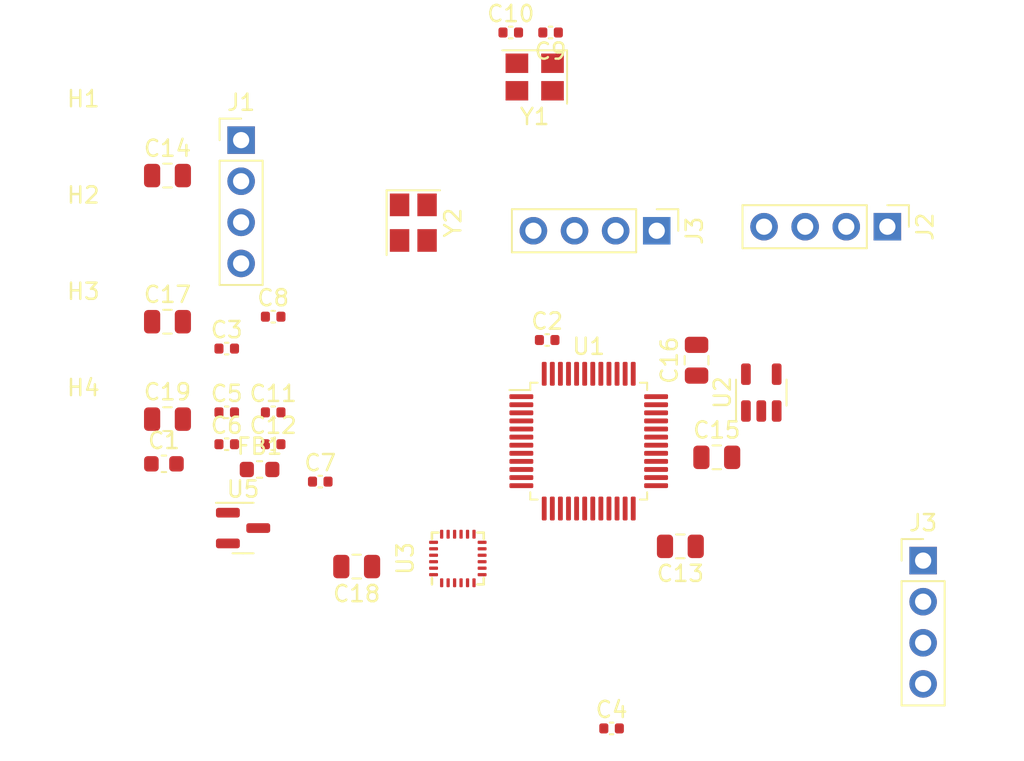
<source format=kicad_pcb>
(kicad_pcb (version 20221018) (generator pcbnew)
  (layers (0 "F.Cu" signal) (31 "B.Cu" power) (34 "B.Paste" user) (35 "F.Paste" user) (36 "B.SilkS" user "B.Silkscreen") (37 "F.SilkS" user "F.Silkscreen") (38 "B.Mask" user) (39 "F.Mask" user) (44 "Edge.Cuts" user))
  (net 0 "")
  (net 1 "+3.3V")
  (net 2 "GND")
  (net 3 "VBUS")
  (net 4 "+3.3VA")
  (net 5 "/USB_D-")
  (net 6 "/USB_D+")
  (net 7 "/SWDIO")
  (net 8 "/SWCLK")
  (net 9 "+1V8")
  (net 10 "Net-(U3-REGOUT)")
  (net 12 "/LSE_IN")
  (net 13 "/LSE_OUT")
  (net 14 "/HSE_IN")
  (net 15 "/HSE_OUT")
  (net 16 "/NRST")
  (net 23 "/SWO")
  (net 37 "/SPI_MISO")
  (net 38 "/SPI_MOSI")
  (net 42 "/I2C_SCL")
  (net 43 "/I2C_SDA")
  (net 54 "Net-(U3-SDO{slash}AD0)")
  (net 55 "Net-(U3-FSYNC)")
  (footprint "Capacitor_SMD:C_0402_1005Metric" (layer "F.Cu") (at 92.75 92)
    (fp_text reference "C4" (at 0 -1.16) (layer "F.SilkS"))
    (fp_text value "100n")
    (fp_line (start -0.107836 -0.36) (end 0.107836 -0.36) (stroke (width 0.12)) (layer "F.SilkS"))
    (fp_line (start -0.107836 0.36) (end 0.107836 0.36) (stroke (width 0.12)) (layer "F.SilkS"))
    (pad "1" smd roundrect (at -0.48 0) (size 0.56 0.62) (layers "F.Cu" "F.Paste" "F.Mask") (net 1 "+3.3V"))
    (pad "2" smd roundrect (at 0.48 0) (size 0.56 0.62) (layers "F.Cu" "F.Paste" "F.Mask") (net 2 "GND"))
  )
  (footprint "Capacitor_SMD:C_0402_1005Metric" (layer "F.Cu") (at 88.98 49 180)
    (fp_text reference "C9" (at 0 -1.16) (layer "F.SilkS"))
    (fp_text value "10p")
    (fp_line (start -0.107836 -0.36) (end 0.107836 -0.36) (stroke (width 0.12)) (layer "F.SilkS"))
    (fp_line (start -0.107836 0.36) (end 0.107836 0.36) (stroke (width 0.12)) (layer "F.SilkS"))
    (pad "1" smd roundrect (at -0.48 0 180) (size 0.56 0.62) (layers "F.Cu" "F.Paste" "F.Mask") (net 14 "/HSE_IN"))
    (pad "2" smd roundrect (at 0.48 0 180) (size 0.56 0.62) (layers "F.Cu" "F.Paste" "F.Mask") (net 2 "GND"))
  )
  (footprint "Package_TO_SOT_SMD:SOT-23" (layer "F.Cu") (at 69.98 79.62)
    (fp_text reference "U5" (at 0 -2.4) (layer "F.SilkS"))
    (fp_text value "MCP1703AT-1802E/TT")
    (fp_line (start 0 -1.56) (end -1.675 -1.56) (stroke (width 0.12)) (layer "F.SilkS"))
    (fp_line (start 0 -1.56) (end 0.65 -1.56) (stroke (width 0.12)) (layer "F.SilkS"))
    (fp_line (start 0 1.56) (end -0.65 1.56) (stroke (width 0.12)) (layer "F.SilkS"))
    (fp_line (start 0 1.56) (end 0.65 1.56) (stroke (width 0.12)) (layer "F.SilkS"))
    (pad "1" smd roundrect (at -0.9375 -0.95) (size 1.475 0.6) (layers "F.Cu" "F.Paste" "F.Mask") (net 2 "GND"))
    (pad "2" smd roundrect (at -0.9375 0.95) (size 1.475 0.6) (layers "F.Cu" "F.Paste" "F.Mask") (net 9 "+1V8"))
    (pad "3" smd roundrect (at 0.9375 0) (size 1.475 0.6) (layers "F.Cu" "F.Paste" "F.Mask") (net 1 "+3.3V"))
  )
  (footprint "Connector_PinHeader_2.54mm:PinHeader_1x04_P2.54mm_Vertical" (layer "F.Cu") (at 109.79 61 -90)
    (fp_text reference "J2" (at 0 -2.33 90) (layer "F.SilkS"))
    (fp_text value "Conn_01x04_Pin")
    (fp_line (start -1.33 -1.33) (end 0 -1.33) (stroke (width 0.12)) (layer "F.SilkS"))
    (fp_line (start -1.33 0) (end -1.33 -1.33) (stroke (width 0.12)) (layer "F.SilkS"))
    (fp_line (start -1.33 1.27) (end -1.33 8.95) (stroke (width 0.12)) (layer "F.SilkS"))
    (fp_line (start -1.33 1.27) (end 1.33 1.27) (stroke (width 0.12)) (layer "F.SilkS"))
    (fp_line (start -1.33 8.95) (end 1.33 8.95) (stroke (width 0.12)) (layer "F.SilkS"))
    (fp_line (start 1.33 1.27) (end 1.33 8.95) (stroke (width 0.12)) (layer "F.SilkS"))
    (pad "1" thru_hole rect (at 0 0 270) (size 1.7 1.7) (drill 1) (layers "*.Cu" "*.Mask") (net 1 "+3.3V"))
    (pad "2" thru_hole oval (at 0 2.54 270) (size 1.7 1.7) (drill 1) (layers "*.Cu" "*.Mask") (net 7 "/SWDIO"))
    (pad "3" thru_hole oval (at 0 5.08 270) (size 1.7 1.7) (drill 1) (layers "*.Cu" "*.Mask") (net 8 "/SWCLK"))
    (pad "4" thru_hole oval (at 0 7.62 270) (size 1.7 1.7) (drill 1) (layers "*.Cu" "*.Mask") (net 2 "GND"))
  )
  (footprint "Capacitor_SMD:C_0805_2012Metric" (layer "F.Cu") (at 77 82 180)
    (fp_text reference "C18" (at 0 -1.68) (layer "F.SilkS"))
    (fp_text value "0.1uF")
    (fp_line (start -0.261252 -0.735) (end 0.261252 -0.735) (stroke (width 0.12)) (layer "F.SilkS"))
    (fp_line (start -0.261252 0.735) (end 0.261252 0.735) (stroke (width 0.12)) (layer "F.SilkS"))
    (pad "1" smd roundrect (at -0.95 0 180) (size 1 1.45) (layers "F.Cu" "F.Paste" "F.Mask") (net 9 "+1V8"))
    (pad "2" smd roundrect (at 0.95 0 180) (size 1 1.45) (layers "F.Cu" "F.Paste" "F.Mask") (net 2 "GND"))
  )
  (footprint "Package_TO_SOT_SMD:SOT-23-5" (layer "F.Cu") (at 102 71.25 90)
    (fp_text reference "U2" (at 0 -2.4 90) (layer "F.SilkS"))
    (fp_text value "MIC5504-3.3YM5")
    (fp_line (start 0 -1.56) (end -1.8 -1.56) (stroke (width 0.12)) (layer "F.SilkS"))
    (fp_line (start 0 -1.56) (end 0.8 -1.56) (stroke (width 0.12)) (layer "F.SilkS"))
    (fp_line (start 0 1.56) (end -0.8 1.56) (stroke (width 0.12)) (layer "F.SilkS"))
    (fp_line (start 0 1.56) (end 0.8 1.56) (stroke (width 0.12)) (layer "F.SilkS"))
    (pad "1" smd roundrect (at -1.1375 -0.95 90) (size 1.325 0.6) (layers "F.Cu" "F.Paste" "F.Mask") (net 3 "VBUS"))
    (pad "2" smd roundrect (at -1.1375 0 90) (size 1.325 0.6) (layers "F.Cu" "F.Paste" "F.Mask") (net 2 "GND"))
    (pad "3" smd roundrect (at -1.1375 0.95 90) (size 1.325 0.6) (layers "F.Cu" "F.Paste" "F.Mask") (net 3 "VBUS"))
    (pad "4" smd roundrect (at 1.1375 0.95 90) (size 1.325 0.6) (layers "F.Cu" "F.Paste" "F.Mask"))
    (pad "5" smd roundrect (at 1.1375 -0.95 90) (size 1.325 0.6) (layers "F.Cu" "F.Paste" "F.Mask") (net 1 "+3.3V"))
  )
  (footprint "Capacitor_SMD:C_0805_2012Metric" (layer "F.Cu") (at 65.31 72.89)
    (fp_text reference "C19" (at 0 -1.68) (layer "F.SilkS"))
    (fp_text value "0.1uF")
    (fp_line (start -0.261252 -0.735) (end 0.261252 -0.735) (stroke (width 0.12)) (layer "F.SilkS"))
    (fp_line (start -0.261252 0.735) (end 0.261252 0.735) (stroke (width 0.12)) (layer "F.SilkS"))
    (pad "1" smd roundrect (at -0.95 0) (size 1 1.45) (layers "F.Cu" "F.Paste" "F.Mask") (net 2 "GND"))
    (pad "2" smd roundrect (at 0.95 0) (size 1 1.45) (layers "F.Cu" "F.Paste" "F.Mask") (net 10 "Net-(U3-REGOUT)"))
  )
  (footprint "Capacitor_SMD:C_0805_2012Metric" (layer "F.Cu") (at 65.31 66.87)
    (fp_text reference "C17" (at 0 -1.68) (layer "F.SilkS"))
    (fp_text value "0.1uF")
    (fp_line (start -0.261252 -0.735) (end 0.261252 -0.735) (stroke (width 0.12)) (layer "F.SilkS"))
    (fp_line (start -0.261252 0.735) (end 0.261252 0.735) (stroke (width 0.12)) (layer "F.SilkS"))
    (pad "1" smd roundrect (at -0.95 0) (size 1 1.45) (layers "F.Cu" "F.Paste" "F.Mask") (net 9 "+1V8"))
    (pad "2" smd roundrect (at 0.95 0) (size 1 1.45) (layers "F.Cu" "F.Paste" "F.Mask") (net 2 "GND"))
  )
  (footprint "Connector_PinHeader_2.54mm:PinHeader_1x04_P2.54mm_Vertical" (layer "F.Cu") (at 69.86 55.65)
    (fp_text reference "J1" (at 0 -2.33) (layer "F.SilkS"))
    (fp_text value "Conn_01x04_Pin")
    (fp_line (start -1.33 -1.33) (end 0 -1.33) (stroke (width 0.12)) (layer "F.SilkS"))
    (fp_line (start -1.33 0) (end -1.33 -1.33) (stroke (width 0.12)) (layer "F.SilkS"))
    (fp_line (start -1.33 1.27) (end -1.33 8.95) (stroke (width 0.12)) (layer "F.SilkS"))
    (fp_line (start -1.33 1.27) (end 1.33 1.27) (stroke (width 0.12)) (layer "F.SilkS"))
    (fp_line (start -1.33 8.95) (end 1.33 8.95) (stroke (width 0.12)) (layer "F.SilkS"))
    (fp_line (start 1.33 1.27) (end 1.33 8.95) (stroke (width 0.12)) (layer "F.SilkS"))
    (pad "1" thru_hole rect (at 0 0) (size 1.7 1.7) (drill 1) (layers "*.Cu" "*.Mask") (net 1 "+3.3V"))
    (pad "2" thru_hole oval (at 0 2.54) (size 1.7 1.7) (drill 1) (layers "*.Cu" "*.Mask") (net 42 "/I2C_SCL"))
    (pad "3" thru_hole oval (at 0 5.08) (size 1.7 1.7) (drill 1) (layers "*.Cu" "*.Mask") (net 43 "/I2C_SDA"))
    (pad "4" thru_hole oval (at 0 7.62) (size 1.7 1.7) (drill 1) (layers "*.Cu" "*.Mask") (net 2 "GND"))
  )
  (footprint "MountingHole:MountingHole_2.2mm_M2" (layer "F.Cu") (at 60.11 74.15)
    (fp_text reference "H4" (at 0 -3.2) (layer "F.SilkS"))
    (fp_text value "MountingHole")
    (pad "" np_thru_hole circle (at 0 0) (size 2.2 2.2) (drill 2.2) (layers "*.Cu" "*.Mask"))
  )
  (footprint "Capacitor_SMD:C_0805_2012Metric" (layer "F.Cu") (at 65.31 57.84)
    (fp_text reference "C14" (at 0 -1.68) (layer "F.SilkS"))
    (fp_text value "1uF")
    (fp_line (start -0.261252 -0.735) (end 0.261252 -0.735) (stroke (width 0.12)) (layer "F.SilkS"))
    (fp_line (start -0.261252 0.735) (end 0.261252 0.735) (stroke (width 0.12)) (layer "F.SilkS"))
    (pad "1" smd roundrect (at -0.95 0) (size 1 1.45) (layers "F.Cu" "F.Paste" "F.Mask") (net 9 "+1V8"))
    (pad "2" smd roundrect (at 0.95 0) (size 1 1.45) (layers "F.Cu" "F.Paste" "F.Mask") (net 2 "GND"))
  )
  (footprint "Capacitor_SMD:C_0603_1608Metric" (layer "F.Cu") (at 65.09 75.65)
    (fp_text reference "C1" (at 0 -1.43) (layer "F.SilkS"))
    (fp_text value "10u")
    (fp_line (start -0.14058 -0.51) (end 0.14058 -0.51) (stroke (width 0.12)) (layer "F.SilkS"))
    (fp_line (start -0.14058 0.51) (end 0.14058 0.51) (stroke (width 0.12)) (layer "F.SilkS"))
    (pad "1" smd roundrect (at -0.775 0) (size 0.9 0.95) (layers "F.Cu" "F.Paste" "F.Mask") (net 1 "+3.3V"))
    (pad "2" smd roundrect (at 0.775 0) (size 0.9 0.95) (layers "F.Cu" "F.Paste" "F.Mask") (net 2 "GND"))
  )
  (footprint "Capacitor_SMD:C_0805_2012Metric" (layer "F.Cu") (at 99.25 75.25)
    (fp_text reference "C15" (at 0 -1.68) (layer "F.SilkS"))
    (fp_text value "1uF")
    (fp_line (start -0.261252 -0.735) (end 0.261252 -0.735) (stroke (width 0.12)) (layer "F.SilkS"))
    (fp_line (start -0.261252 0.735) (end 0.261252 0.735) (stroke (width 0.12)) (layer "F.SilkS"))
    (pad "1" smd roundrect (at -0.95 0) (size 1 1.45) (layers "F.Cu" "F.Paste" "F.Mask") (net 3 "VBUS"))
    (pad "2" smd roundrect (at 0.95 0) (size 1 1.45) (layers "F.Cu" "F.Paste" "F.Mask") (net 2 "GND"))
  )
  (footprint "Crystal:Crystal_SMD_3225-4Pin_3.2x2.5mm" (layer "F.Cu") (at 88 51.75 180)
    (fp_text reference "Y1" (at 0 -2.45) (layer "F.SilkS"))
    (fp_text value "48MHz")
    (fp_line (start -2 -1.65) (end -2 1.65) (stroke (width 0.12)) (layer "F.SilkS"))
    (fp_line (start -2 1.65) (end 2 1.65) (stroke (width 0.12)) (layer "F.SilkS"))
    (pad "1" smd rect (at -1.1 0.85 180) (size 1.4 1.2) (layers "F.Cu" "F.Paste" "F.Mask") (net 14 "/HSE_IN"))
    (pad "2" smd rect (at 1.1 0.85 180) (size 1.4 1.2) (layers "F.Cu" "F.Paste" "F.Mask") (net 2 "GND"))
    (pad "3" smd rect (at 1.1 -0.85 180) (size 1.4 1.2) (layers "F.Cu" "F.Paste" "F.Mask") (net 15 "/HSE_OUT"))
    (pad "4" smd rect (at -1.1 -0.85 180) (size 1.4 1.2) (layers "F.Cu" "F.Paste" "F.Mask") (net 2 "GND"))
  )
  (footprint "Capacitor_SMD:C_0402_1005Metric" (layer "F.Cu") (at 68.97 72.47)
    (fp_text reference "C5" (at 0 -1.16) (layer "F.SilkS"))
    (fp_text value "10n")
    (fp_line (start -0.107836 -0.36) (end 0.107836 -0.36) (stroke (width 0.12)) (layer "F.SilkS"))
    (fp_line (start -0.107836 0.36) (end 0.107836 0.36) (stroke (width 0.12)) (layer "F.SilkS"))
    (pad "1" smd roundrect (at -0.48 0) (size 0.56 0.62) (layers "F.Cu" "F.Paste" "F.Mask") (net 4 "+3.3VA"))
    (pad "2" smd roundrect (at 0.48 0) (size 0.56 0.62) (layers "F.Cu" "F.Paste" "F.Mask") (net 2 "GND"))
  )
  (footprint "Capacitor_SMD:C_0402_1005Metric" (layer "F.Cu") (at 88.77 68)
    (fp_text reference "C2" (at 0 -1.16) (layer "F.SilkS"))
    (fp_text value "100n")
    (fp_line (start -0.107836 -0.36) (end 0.107836 -0.36) (stroke (width 0.12)) (layer "F.SilkS"))
    (fp_line (start -0.107836 0.36) (end 0.107836 0.36) (stroke (width 0.12)) (layer "F.SilkS"))
    (pad "1" smd roundrect (at -0.48 0) (size 0.56 0.62) (layers "F.Cu" "F.Paste" "F.Mask") (net 1 "+3.3V"))
    (pad "2" smd roundrect (at 0.48 0) (size 0.56 0.62) (layers "F.Cu" "F.Paste" "F.Mask") (net 2 "GND"))
  )
  (footprint "MountingHole:MountingHole_2.2mm_M2" (layer "F.Cu") (at 60.11 68.2)
    (fp_text reference "H3" (at 0 -3.2) (layer "F.SilkS"))
    (fp_text value "MountingHole")
    (pad "" np_thru_hole circle (at 0 0) (size 2.2 2.2) (drill 2.2) (layers "*.Cu" "*.Mask"))
  )
  (footprint "Connector_PinHeader_2.54mm:PinHeader_1x04_P2.54mm_Vertical" (layer "F.Cu") (at 95.54 61.25 -90)
    (fp_text reference "J3" (at 0 -2.33 90) (layer "F.SilkS"))
    (fp_text value "Conn_01x04_Pin")
    (fp_line (start -1.33 -1.33) (end 0 -1.33) (stroke (width 0.12)) (layer "F.SilkS"))
    (fp_line (start -1.33 0) (end -1.33 -1.33) (stroke (width 0.12)) (layer "F.SilkS"))
    (fp_line (start -1.33 1.27) (end -1.33 8.95) (stroke (width 0.12)) (layer "F.SilkS"))
    (fp_line (start -1.33 1.27) (end 1.33 1.27) (stroke (width 0.12)) (layer "F.SilkS"))
    (fp_line (start -1.33 8.95) (end 1.33 8.95) (stroke (width 0.12)) (layer "F.SilkS"))
    (fp_line (start 1.33 1.27) (end 1.33 8.95) (stroke (width 0.12)) (layer "F.SilkS"))
    (pad "1" thru_hole rect (at 0 0 270) (size 1.7 1.7) (drill 1) (layers "*.Cu" "*.Mask") (net 1 "+3.3V"))
    (pad "2" thru_hole oval (at 0 2.54 270) (size 1.7 1.7) (drill 1) (layers "*.Cu" "*.Mask") (net 37 "/SPI_MISO"))
    (pad "3" thru_hole oval (at 0 5.08 270) (size 1.7 1.7) (drill 1) (layers "*.Cu" "*.Mask") (net 38 "/SPI_MOSI"))
    (pad "4" thru_hole oval (at 0 7.62 270) (size 1.7 1.7) (drill 1) (layers "*.Cu" "*.Mask") (net 2 "GND"))
  )
  (footprint "Sensor_Motion:InvenSense_QFN-24_3x3mm_P0.4mm" (layer "F.Cu") (at 83.25 81.5 90)
    (fp_text reference "U3" (at 0 -3.25 90) (layer "F.SilkS"))
    (fp_text value "ICM-20948")
    (fp_line (start -1.6 -1.6) (end -1.2 -1.6) (stroke (width 0.15)) (layer "F.SilkS"))
    (fp_line (start -1.6 1.6) (end -1.6 1.2) (stroke (width 0.15)) (layer "F.SilkS"))
    (fp_line (start -1.6 1.6) (end -1.2 1.6) (stroke (width 0.15)) (layer "F.SilkS"))
    (fp_line (start 1.6 -1.6) (end 1.2 -1.6) (stroke (width 0.15)) (layer "F.SilkS"))
    (fp_line (start 1.6 -1.6) (end 1.6 -1.2) (stroke (width 0.15)) (layer "F.SilkS"))
    (fp_line (start 1.6 1.6) (end 1.2 1.6) (stroke (width 0.15)) (layer "F.SilkS"))
    (fp_line (start 1.6 1.6) (end 1.6 1.2) (stroke (width 0.15)) (layer "F.SilkS"))
    (pad "1" smd roundrect (at -1.5 -1 90) (size 0.55 0.2) (layers "F.Cu" "F.Paste" "F.Mask"))
    (pad "2" smd roundrect (at -1.5 -0.6 90) (size 0.55 0.2) (layers "F.Cu" "F.Paste" "F.Mask"))
    (pad "3" smd roundrect (at -1.5 -0.2 90) (size 0.55 0.2) (layers "F.Cu" "F.Paste" "F.Mask"))
    (pad "4" smd roundrect (at -1.5 0.2 90) (size 0.55 0.2) (layers "F.Cu" "F.Paste" "F.Mask"))
    (pad "5" smd roundrect (at -1.5 0.6 90) (size 0.55 0.2) (layers "F.Cu" "F.Paste" "F.Mask"))
    (pad "6" smd roundrect (at -1.5 1 90) (size 0.55 0.2) (layers "F.Cu" "F.Paste" "F.Mask"))
    (pad "7" smd roundrect (at -1 1.5 180) (size 0.55 0.2) (layers "F.Cu" "F.Paste" "F.Mask"))
    (pad "8" smd roundrect (at -0.6 1.5 180) (size 0.55 0.2) (layers "F.Cu" "F.Paste" "F.Mask") (net 9 "+1V8"))
    (pad "9" smd roundrect (at -0.2 1.5 180) (size 0.55 0.2) (layers "F.Cu" "F.Paste" "F.Mask") (net 54 "Net-(U3-SDO{slash}AD0)"))
    (pad "10" smd roundrect (at 0.2 1.5 180) (size 0.55 0.2) (layers "F.Cu" "F.Paste" "F.Mask") (net 10 "Net-(U3-REGOUT)"))
    (pad "11" smd roundrect (at 0.6 1.5 180) (size 0.55 0.2) (layers "F.Cu" "F.Paste" "F.Mask") (net 55 "Net-(U3-FSYNC)"))
    (pad "12" smd roundrect (at 1 1.5 180) (size 0.55 0.2) (layers "F.Cu" "F.Paste" "F.Mask"))
    (pad "13" smd roundrect (at 1.5 1 90) (size 0.55 0.2) (layers "F.Cu" "F.Paste" "F.Mask") (net 9 "+1V8"))
    (pad "14" smd roundrect (at 1.5 0.6 90) (size 0.55 0.2) (layers "F.Cu" "F.Paste" "F.Mask"))
    (pad "15" smd roundrect (at 1.5 0.2 90) (size 0.55 0.2) (layers "F.Cu" "F.Paste" "F.Mask"))
    (pad "16" smd roundrect (at 1.5 -0.2 90) (size 0.55 0.2) (layers "F.Cu" "F.Paste" "F.Mask"))
    (pad "17" smd roundrect (at 1.5 -0.6 90) (size 0.55 0.2) (layers "F.Cu" "F.Paste" "F.Mask"))
    (pad "18" smd roundrect (at 1.5 -1 90) (size 0.55 0.2) (layers "F.Cu" "F.Paste" "F.Mask") (net 2 "GND"))
    (pad "19" smd roundrect (at 1 -1.5 180) (size 0.55 0.2) (layers "F.Cu" "F.Paste" "F.Mask"))
    (pad "20" smd roundrect (at 0.6 -1.5 180) (size 0.55 0.2) (layers "F.Cu" "F.Paste" "F.Mask") (net 2 "GND"))
    (pad "21" smd roundrect (at 0.2 -1.5 180) (size 0.55 0.2) (layers "F.Cu" "F.Paste" "F.Mask"))
    (pad "22" smd roundrect (at -0.2 -1.5 180) (size 0.55 0.2) (layers "F.Cu" "F.Paste" "F.Mask"))
    (pad "23" smd roundrect (at -0.6 -1.5 180) (size 0.55 0.2) (layers "F.Cu" "F.Paste" "F.Mask") (net 42 "/I2C_SCL"))
    (pad "24" smd roundrect (at -1 -1.5 180) (size 0.55 0.2) (layers "F.Cu" "F.Paste" "F.Mask") (net 43 "/I2C_SDA"))
  )
  (footprint "Capacitor_SMD:C_0402_1005Metric" (layer "F.Cu") (at 68.97 68.53)
    (fp_text reference "C3" (at 0 -1.16) (layer "F.SilkS"))
    (fp_text value "100n")
    (fp_line (start -0.107836 -0.36) (end 0.107836 -0.36) (stroke (width 0.12)) (layer "F.SilkS"))
    (fp_line (start -0.107836 0.36) (end 0.107836 0.36) (stroke (width 0.12)) (layer "F.SilkS"))
    (pad "1" smd roundrect (at -0.48 0) (size 0.56 0.62) (layers "F.Cu" "F.Paste" "F.Mask") (net 1 "+3.3V"))
    (pad "2" smd roundrect (at 0.48 0) (size 0.56 0.62) (layers "F.Cu" "F.Paste" "F.Mask") (net 2 "GND"))
  )
  (footprint "Capacitor_SMD:C_0402_1005Metric" (layer "F.Cu") (at 71.84 74.44)
    (fp_text reference "C12" (at 0 -1.16) (layer "F.SilkS"))
    (fp_text value "15pF")
    (fp_line (start -0.107836 -0.36) (end 0.107836 -0.36) (stroke (width 0.12)) (layer "F.SilkS"))
    (fp_line (start -0.107836 0.36) (end 0.107836 0.36) (stroke (width 0.12)) (layer "F.SilkS"))
    (pad "1" smd roundrect (at -0.48 0) (size 0.56 0.62) (layers "F.Cu" "F.Paste" "F.Mask") (net 13 "/LSE_OUT"))
    (pad "2" smd roundrect (at 0.48 0) (size 0.56 0.62) (layers "F.Cu" "F.Paste" "F.Mask") (net 2 "GND"))
  )
  (footprint "Capacitor_SMD:C_0805_2012Metric" (layer "F.Cu") (at 97 80.75 180)
    (fp_text reference "C13" (at 0 -1.68) (layer "F.SilkS"))
    (fp_text value "1uF")
    (fp_line (start -0.261252 -0.735) (end 0.261252 -0.735) (stroke (width 0.12)) (layer "F.SilkS"))
    (fp_line (start -0.261252 0.735) (end 0.261252 0.735) (stroke (width 0.12)) (layer "F.SilkS"))
    (pad "1" smd roundrect (at -0.95 0 180) (size 1 1.45) (layers "F.Cu" "F.Paste" "F.Mask") (net 1 "+3.3V"))
    (pad "2" smd roundrect (at 0.95 0 180) (size 1 1.45) (layers "F.Cu" "F.Paste" "F.Mask") (net 2 "GND"))
  )
  (footprint "Package_QFP:LQFP-48_7x7mm_P0.5mm" (layer "F.Cu") (at 91.3375 74.25)
    (fp_text reference "U1" (at 0 -5.85) (layer "F.SilkS"))
    (fp_text value "STM32L412CBT6")
    (fp_line (start -3.61 -3.61) (end -3.61 -3.16) (stroke (width 0.12)) (layer "F.SilkS"))
    (fp_line (start -3.61 -3.16) (end -4.9 -3.16) (stroke (width 0.12)) (layer "F.SilkS"))
    (fp_line (start -3.61 3.61) (end -3.61 3.16) (stroke (width 0.12)) (layer "F.SilkS"))
    (fp_line (start -3.16 -3.61) (end -3.61 -3.61) (stroke (width 0.12)) (layer "F.SilkS"))
    (fp_line (start -3.16 3.61) (end -3.61 3.61) (stroke (width 0.12)) (layer "F.SilkS"))
    (fp_line (start 3.16 -3.61) (end 3.61 -3.61) (stroke (width 0.12)) (layer "F.SilkS"))
    (fp_line (start 3.16 3.61) (end 3.61 3.61) (stroke (width 0.12)) (layer "F.SilkS"))
    (fp_line (start 3.61 -3.61) (end 3.61 -3.16) (stroke (width 0.12)) (layer "F.SilkS"))
    (fp_line (start 3.61 3.61) (end 3.61 3.16) (stroke (width 0.12)) (layer "F.SilkS"))
    (pad "1" smd roundrect (at -4.1625 -2.75) (size 1.475 0.3) (layers "F.Cu" "F.Paste" "F.Mask") (net 1 "+3.3V"))
    (pad "2" smd roundrect (at -4.1625 -2.25) (size 1.475 0.3) (layers "F.Cu" "F.Paste" "F.Mask"))
    (pad "3" smd roundrect (at -4.1625 -1.75) (size 1.475 0.3) (layers "F.Cu" "F.Paste" "F.Mask") (net 12 "/LSE_IN"))
    (pad "4" smd roundrect (at -4.1625 -1.25) (size 1.475 0.3) (layers "F.Cu" "F.Paste" "F.Mask") (net 13 "/LSE_OUT"))
    (pad "5" smd roundrect (at -4.1625 -0.75) (size 1.475 0.3) (layers "F.Cu" "F.Paste" "F.Mask") (net 14 "/HSE_IN"))
    (pad "6" smd roundrect (at -4.1625 -0.25) (size 1.475 0.3) (layers "F.Cu" "F.Paste" "F.Mask") (net 15 "/HSE_OUT"))
    (pad "7" smd roundrect (at -4.1625 0.25) (size 1.475 0.3) (layers "F.Cu" "F.Paste" "F.Mask") (net 16 "/NRST"))
    (pad "8" smd roundrect (at -4.1625 0.75) (size 1.475 0.3) (layers "F.Cu" "F.Paste" "F.Mask") (net 2 "GND"))
    (pad "9" smd roundrect (at -4.1625 1.25) (size 1.475 0.3) (layers "F.Cu" "F.Paste" "F.Mask") (net 4 "+3.3VA"))
    (pad "10" smd roundrect (at -4.1625 1.75) (size 1.475 0.3) (layers "F.Cu" "F.Paste" "F.Mask"))
    (pad "11" smd roundrect (at -4.1625 2.25) (size 1.475 0.3) (layers "F.Cu" "F.Paste" "F.Mask"))
    (pad "12" smd roundrect (at -4.1625 2.75) (size 1.475 0.3) (layers "F.Cu" "F.Paste" "F.Mask"))
    (pad "13" smd roundrect (at -2.75 4.1625) (size 0.3 1.475) (layers "F.Cu" "F.Paste" "F.Mask"))
    (pad "14" smd roundrect (at -2.25 4.1625) (size 0.3 1.475) (layers "F.Cu" "F.Paste" "F.Mask"))
    (pad "15" smd roundrect (at -1.75 4.1625) (size 0.3 1.475) (layers "F.Cu" "F.Paste" "F.Mask"))
    (pad "16" smd roundrect (at -1.25 4.1625) (size 0.3 1.475) (layers "F.Cu" "F.Paste" "F.Mask") (net 37 "/SPI_MISO"))
    (pad "17" smd roundrect (at -0.75 4.1625) (size 0.3 1.475) (layers "F.Cu" "F.Paste" "F.Mask") (net 38 "/SPI_MOSI"))
    (pad "18" smd roundrect (at -0.25 4.1625) (size 0.3 1.475) (layers "F.Cu" "F.Paste" "F.Mask"))
    (pad "19" smd roundrect (at 0.25 4.1625) (size 0.3 1.475) (layers "F.Cu" "F.Paste" "F.Mask"))
    (pad "20" smd roundrect (at 0.75 4.1625) (size 0.3 1.475) (layers "F.Cu" "F.Paste" "F.Mask"))
    (pad "21" smd roundrect (at 1.25 4.1625) (size 0.3 1.475) (layers "F.Cu" "F.Paste" "F.Mask") (net 42 "/I2C_SCL"))
    (pad "22" smd roundrect (at 1.75 4.1625) (size 0.3 1.475) (layers "F.Cu" "F.Paste" "F.Mask") (net 43 "/I2C_SDA"))
    (pad "23" smd roundrect (at 2.25 4.1625) (size 0.3 1.475) (layers "F.Cu" "F.Paste" "F.Mask") (net 2 "GND"))
    (pad "24" smd roundrect (at 2.75 4.1625) (size 0.3 1.475) (layers "F.Cu" "F.Paste" "F.Mask") (net 1 "+3.3V"))
    (pad "25" smd roundrect (at 4.1625 2.75) (size 1.475 0.3) (layers "F.Cu" "F.Paste" "F.Mask"))
    (pad "26" smd roundrect (at 4.1625 2.25) (size 1.475 0.3) (layers "F.Cu" "F.Paste" "F.Mask"))
    (pad "27" smd roundrect (at 4.1625 1.75) (size 1.475 0.3) (layers "F.Cu" "F.Paste" "F.Mask"))
    (pad "28" smd roundrect (at 4.1625 1.25) (size 1.475 0.3) (layers "F.Cu" "F.Paste" "F.Mask"))
    (pad "29" smd roundrect (at 4.1625 0.75) (size 1.475 0.3) (layers "F.Cu" "F.Paste" "F.Mask"))
    (pad "30" smd roundrect (at 4.1625 0.25) (size 1.475 0.3) (layers "F.Cu" "F.Paste" "F.Mask"))
    (pad "31" smd roundrect (at 4.1625 -0.25) (size 1.475 0.3) (layers "F.Cu" "F.Paste" "F.Mask"))
    (pad "32" smd roundrect (at 4.1625 -0.75) (size 1.475 0.3) (layers "F.Cu" "F.Paste" "F.Mask") (net 5 "/USB_D-"))
    (pad "33" smd roundrect (at 4.1625 -1.25) (size 1.475 0.3) (layers "F.Cu" "F.Paste" "F.Mask") (net 6 "/USB_D+"))
    (pad "34" smd roundrect (at 4.1625 -1.75) (size 1.475 0.3) (layers "F.Cu" "F.Paste" "F.Mask") (net 7 "/SWDIO"))
    (pad "35" smd roundrect (at 4.1625 -2.25) (size 1.475 0.3) (layers "F.Cu" "F.Paste" "F.Mask") (net 2 "GND"))
    (pad "36" smd roundrect (at 4.1625 -2.75) (size 1.475 0.3) (layers "F.Cu" "F.Paste" "F.Mask") (net 1 "+3.3V"))
    (pad "37" smd roundrect (at 2.75 -4.1625) (size 0.3 1.475) (layers "F.Cu" "F.Paste" "F.Mask") (net 8 "/SWCLK"))
    (pad "38" smd roundrect (at 2.25 -4.1625) (size 0.3 1.475) (layers "F.Cu" "F.Paste" "F.Mask"))
    (pad "39" smd roundrect (at 1.75 -4.1625) (size 0.3 1.475) (layers "F.Cu" "F.Paste" "F.Mask") (net 23 "/SWO"))
    (pad "40" smd roundrect (at 1.25 -4.1625) (size 0.3 1.475) (layers "F.Cu" "F.Paste" "F.Mask"))
    (pad "41" smd roundrect (at 0.75 -4.1625) (size 0.3 1.475) (layers "F.Cu" "F.Paste" "F.Mask"))
    (pad "42" smd roundrect (at 0.25 -4.1625) (size 0.3 1.475) (layers "F.Cu" "F.Paste" "F.Mask"))
    (pad "43" smd roundrect (at -0.25 -4.1625) (size 0.3 1.475) (layers "F.Cu" "F.Paste" "F.Mask"))
    (pad "44" smd roundrect (at -0.75 -4.1625) (size 0.3 1.475) (layers "F.Cu" "F.Paste" "F.Mask"))
    (pad "45" smd roundrect (at -1.25 -4.1625) (size 0.3 1.475) (layers "F.Cu" "F.Paste" "F.Mask"))
    (pad "46" smd roundrect (at -1.75 -4.1625) (size 0.3 1.475) (layers "F.Cu" "F.Paste" "F.Mask"))
    (pad "47" smd roundrect (at -2.25 -4.1625) (size 0.3 1.475) (layers "F.Cu" "F.Paste" "F.Mask") (net 2 "GND"))
    (pad "48" smd roundrect (at -2.75 -4.1625) (size 0.3 1.475) (layers "F.Cu" "F.Paste" "F.Mask") (net 1 "+3.3V"))
  )
  (footprint "Capacitor_SMD:C_0402_1005Metric" (layer "F.Cu") (at 68.97 74.44)
    (fp_text reference "C6" (at 0 -1.16) (layer "F.SilkS"))
    (fp_text value "1u")
    (fp_line (start -0.107836 -0.36) (end 0.107836 -0.36) (stroke (width 0.12)) (layer "F.SilkS"))
    (fp_line (start -0.107836 0.36) (end 0.107836 0.36) (stroke (width 0.12)) (layer "F.SilkS"))
    (pad "1" smd roundrect (at -0.48 0) (size 0.56 0.62) (layers "F.Cu" "F.Paste" "F.Mask") (net 4 "+3.3VA"))
    (pad "2" smd roundrect (at 0.48 0) (size 0.56 0.62) (layers "F.Cu" "F.Paste" "F.Mask") (net 2 "GND"))
  )
  (footprint "MountingHole:MountingHole_2.2mm_M2" (layer "F.Cu") (at 60.11 62.25)
    (fp_text reference "H2" (at 0 -3.2) (layer "F.SilkS"))
    (fp_text value "MountingHole")
    (pad "" np_thru_hole circle (at 0 0) (size 2.2 2.2) (drill 2.2) (layers "*.Cu" "*.Mask"))
  )
  (footprint "Crystal:Crystal_SMD_3225-4Pin_3.2x2.5mm" (layer "F.Cu") (at 80.5 60.75 -90)
    (fp_text reference "Y2" (at 0 -2.45 90) (layer "F.SilkS"))
    (fp_text value "32.786kHz")
    (fp_line (start -2 -1.65) (end -2 1.65) (stroke (width 0.12)) (layer "F.SilkS"))
    (fp_line (start -2 1.65) (end 2 1.65) (stroke (width 0.12)) (layer "F.SilkS"))
    (pad "1" smd rect (at -1.1 0.85 270) (size 1.4 1.2) (layers "F.Cu" "F.Paste" "F.Mask") (net 12 "/LSE_IN"))
    (pad "2" smd rect (at 1.1 0.85 270) (size 1.4 1.2) (layers "F.Cu" "F.Paste" "F.Mask") (net 2 "GND"))
    (pad "3" smd rect (at 1.1 -0.85 270) (size 1.4 1.2) (layers "F.Cu" "F.Paste" "F.Mask") (net 13 "/LSE_OUT"))
    (pad "4" smd rect (at -1.1 -0.85 270) (size 1.4 1.2) (layers "F.Cu" "F.Paste" "F.Mask") (net 2 "GND"))
  )
  (footprint "Capacitor_SMD:C_0402_1005Metric" (layer "F.Cu") (at 71.84 72.47)
    (fp_text reference "C11" (at 0 -1.16) (layer "F.SilkS"))
    (fp_text value "15p")
    (fp_line (start -0.107836 -0.36) (end 0.107836 -0.36) (stroke (width 0.12)) (layer "F.SilkS"))
    (fp_line (start -0.107836 0.36) (end 0.107836 0.36) (stroke (width 0.12)) (layer "F.SilkS"))
    (pad "1" smd roundrect (at -0.48 0) (size 0.56 0.62) (layers "F.Cu" "F.Paste" "F.Mask") (net 12 "/LSE_IN"))
    (pad "2" smd roundrect (at 0.48 0) (size 0.56 0.62) (layers "F.Cu" "F.Paste" "F.Mask") (net 2 "GND"))
  )
  (footprint "Capacitor_SMD:C_0805_2012Metric" (layer "F.Cu") (at 98 69.25 90)
    (fp_text reference "C16" (at 0 -1.68 90) (layer "F.SilkS"))
    (fp_text value "1uF")
    (fp_line (start -0.261252 -0.735) (end 0.261252 -0.735) (stroke (width 0.12)) (layer "F.SilkS"))
    (fp_line (start -0.261252 0.735) (end 0.261252 0.735) (stroke (width 0.12)) (layer "F.SilkS"))
    (pad "1" smd roundrect (at -0.95 0 90) (size 1 1.45) (layers "F.Cu" "F.Paste" "F.Mask") (net 1 "+3.3V"))
    (pad "2" smd roundrect (at 0.95 0 90) (size 1 1.45) (layers "F.Cu" "F.Paste" "F.Mask") (net 2 "GND"))
  )
  (footprint "Capacitor_SMD:C_0402_1005Metric" (layer "F.Cu") (at 86.52 49)
    (fp_text reference "C10" (at 0 -1.16) (layer "F.SilkS"))
    (fp_text value "10p")
    (fp_line (start -0.107836 -0.36) (end 0.107836 -0.36) (stroke (width 0.12)) (layer "F.SilkS"))
    (fp_line (start -0.107836 0.36) (end 0.107836 0.36) (stroke (width 0.12)) (layer "F.SilkS"))
    (pad "1" smd roundrect (at -0.48 0) (size 0.56 0.62) (layers "F.Cu" "F.Paste" "F.Mask") (net 15 "/HSE_OUT"))
    (pad "2" smd roundrect (at 0.48 0) (size 0.56 0.62) (layers "F.Cu" "F.Paste" "F.Mask") (net 2 "GND"))
  )
  (footprint "MountingHole:MountingHole_2.2mm_M2" (layer "F.Cu") (at 60.11 56.3)
    (fp_text reference "H1" (at 0 -3.2) (layer "F.SilkS"))
    (fp_text value "MountingHole")
    (pad "" np_thru_hole circle (at 0 0) (size 2.2 2.2) (drill 2.2) (layers "*.Cu" "*.Mask"))
  )
  (footprint "Connector_PinHeader_2.54mm:PinHeader_1x04_P2.54mm_Vertical" (layer "F.Cu") (at 112 81.63)
    (fp_text reference "J3" (at 0 -2.33) (layer "F.SilkS"))
    (fp_text value "Conn_01x04_Pin")
    (fp_line (start -1.33 -1.33) (end 0 -1.33) (stroke (width 0.12)) (layer "F.SilkS"))
    (fp_line (start -1.33 0) (end -1.33 -1.33) (stroke (width 0.12)) (layer "F.SilkS"))
    (fp_line (start -1.33 1.27) (end -1.33 8.95) (stroke (width 0.12)) (layer "F.SilkS"))
    (fp_line (start -1.33 1.27) (end 1.33 1.27) (stroke (width 0.12)) (layer "F.SilkS"))
    (fp_line (start -1.33 8.95) (end 1.33 8.95) (stroke (width 0.12)) (layer "F.SilkS"))
    (fp_line (start 1.33 1.27) (end 1.33 8.95) (stroke (width 0.12)) (layer "F.SilkS"))
    (pad "1" thru_hole rect (at 0 0) (size 1.7 1.7) (drill 1) (layers "*.Cu" "*.Mask") (net 2 "GND"))
    (pad "2" thru_hole oval (at 0 2.54) (size 1.7 1.7) (drill 1) (layers "*.Cu" "*.Mask") (net 38 "/SPI_MOSI"))
    (pad "3" thru_hole oval (at 0 5.08) (size 1.7 1.7) (drill 1) (layers "*.Cu" "*.Mask") (net 37 "/SPI_MISO"))
    (pad "4" thru_hole oval (at 0 7.62) (size 1.7 1.7) (drill 1) (layers "*.Cu" "*.Mask") (net 1 "+3.3V"))
  )
  (footprint "Capacitor_SMD:C_0402_1005Metric" (layer "F.Cu") (at 74.75 76.75)
    (fp_text reference "C7" (at 0 -1.16) (layer "F.SilkS"))
    (fp_text value "1u")
    (fp_line (start -0.107836 -0.36) (end 0.107836 -0.36) (stroke (width 0.12)) (layer "F.SilkS"))
    (fp_line (start -0.107836 0.36) (end 0.107836 0.36) (stroke (width 0.12)) (layer "F.SilkS"))
    (pad "1" smd roundrect (at -0.48 0) (size 0.56 0.62) (layers "F.Cu" "F.Paste" "F.Mask") (net 1 "+3.3V"))
    (pad "2" smd roundrect (at 0.48 0) (size 0.56 0.62) (layers "F.Cu" "F.Paste" "F.Mask") (net 2 "GND"))
  )
  (footprint "Inductor_SMD:L_0603_1608Metric" (layer "F.Cu") (at 71 76)
    (fp_text reference "FB1" (at 0 -1.43) (layer "F.SilkS"))
    (fp_text value "120R")
    (fp_line (start -0.162779 -0.51) (end 0.162779 -0.51) (stroke (width 0.12)) (layer "F.SilkS"))
    (fp_line (start -0.162779 0.51) (end 0.162779 0.51) (stroke (width 0.12)) (layer "F.SilkS"))
    (pad "1" smd roundrect (at -0.7875 0) (size 0.875 0.95) (layers "F.Cu" "F.Paste" "F.Mask") (net 4 "+3.3VA"))
    (pad "2" smd roundrect (at 0.7875 0) (size 0.875 0.95) (layers "F.Cu" "F.Paste" "F.Mask") (net 1 "+3.3V"))
  )
  (footprint "Capacitor_SMD:C_0402_1005Metric" (layer "F.Cu") (at 71.84 66.56)
    (fp_text reference "C8" (at 0 -1.16) (layer "F.SilkS"))
    (fp_text value "100n")
    (fp_line (start -0.107836 -0.36) (end 0.107836 -0.36) (stroke (width 0.12)) (layer "F.SilkS"))
    (fp_line (start -0.107836 0.36) (end 0.107836 0.36) (stroke (width 0.12)) (layer "F.SilkS"))
    (pad "1" smd roundrect (at -0.48 0) (size 0.56 0.62) (layers "F.Cu" "F.Paste" "F.Mask") (net 16 "/NRST"))
    (pad "2" smd roundrect (at 0.48 0) (size 0.56 0.62) (layers "F.Cu" "F.Paste" "F.Mask") (net 2 "GND"))
  )
)
</source>
